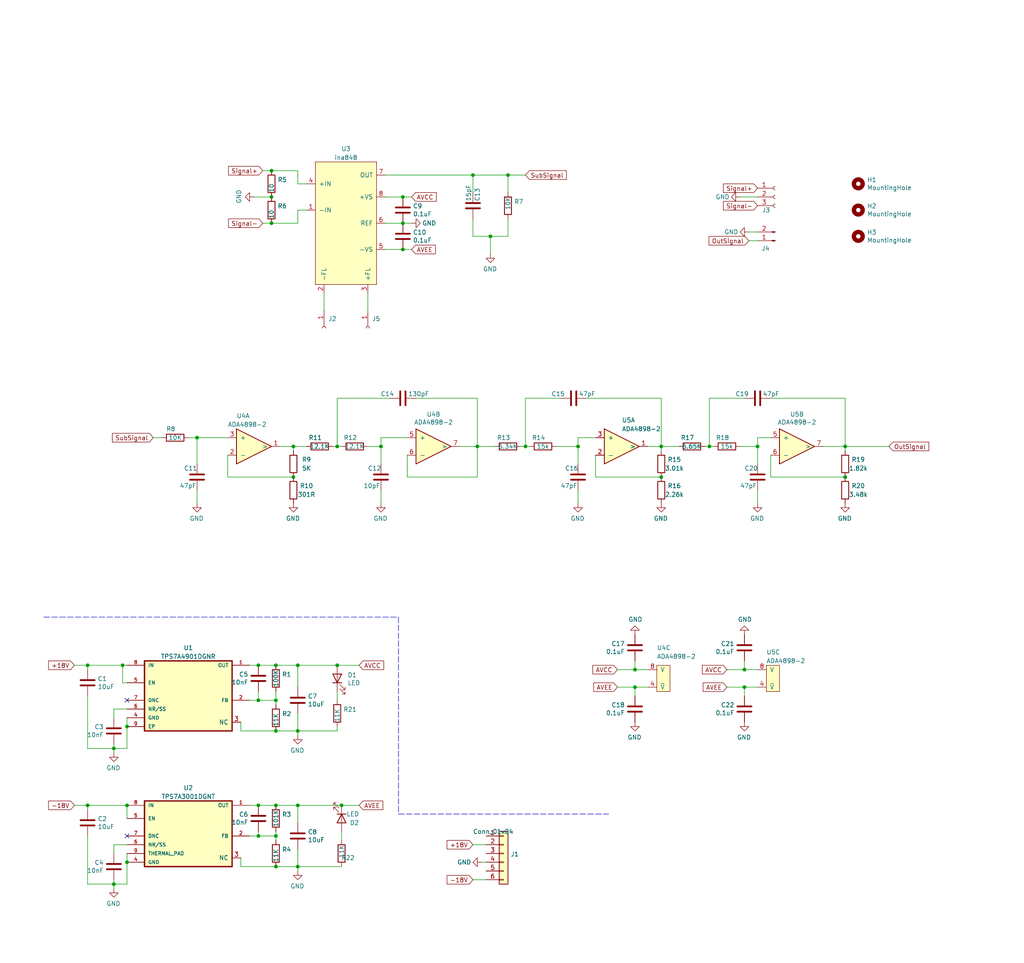
<source format=kicad_sch>
(kicad_sch (version 20210621) (generator eeschema)
  (paper "User" 297.002 279.4)
  (lib_symbols
    (symbol "ADA:ADA4898-2" (pin_names (offset 1.016))
      (property "Reference" "U" (at 0 11.43 0))
      (property "Value" "ADA4898-2" (at 0 11.43 0))
      (symbol "ADA4898-2_1_1"
        (polyline (pts (xy -5.08 5.08) (xy 5.08 0) (xy -5.08 -5.08) (xy -5.08 5.08)) (stroke (width 0.254)) (fill (type background)))
        (pin output line (at 7.62 0 180) (length 2.54) (name ">") (number "1"))
        (pin input line (at -7.62 -2.54 0) (length 2.54) (name "-") (number "2"))
        (pin input line (at -7.62 2.54 0) (length 2.54) (name "+") (number "3"))
      )
      (symbol "ADA4898-2_2_1"
        (polyline (pts (xy -5.08 5.08) (xy 5.08 0) (xy -5.08 -5.08) (xy -5.08 5.08)) (stroke (width 0.254)) (fill (type background)))
        (pin input line (at -7.62 2.54 0) (length 2.54) (name "+") (number "5"))
        (pin input line (at -7.62 -2.54 0) (length 2.54) (name "-") (number "6"))
        (pin output line (at 7.62 0 180) (length 2.54) (name ">") (number "7"))
      )
      (symbol "ADA4898-2_3_1"
        (rectangle (start 0 3.81) (end 3.81 -3.81) (fill (type background)))
        (pin input line (at -2.54 -2.54 0) (length 2.54) (name "~{V}") (number "4"))
        (pin input line (at -2.54 2.54 0) (length 2.54) (name "V") (number "8"))
      )
    )
    (symbol "Connector:Conn_01x01_Female" (pin_names (offset 1.016) hide)
      (property "Reference" "J" (at 0 2.54 0))
      (property "Value" "Conn_01x01_Female" (at 0 -2.54 0))
      (symbol "Conn_01x01_Female_1_1"
        (arc (start 0 0.508) (end 0 -0.508) (radius (at 0 0) (length 0.508) (angles 90.1 -90.1)) (stroke (width 0.1524)))
        (polyline (pts (xy -1.27 0) (xy -0.508 0)) (stroke (width 0.1524)))
        (pin passive line (at -5.08 0 0) (length 3.81) (name "Pin_1") (number "1"))
      )
    )
    (symbol "Connector:Conn_01x02_Male" (pin_names (offset 1.016) hide)
      (property "Reference" "J" (at 0 2.54 0))
      (property "Value" "Conn_01x02_Male" (at 0 -5.08 0))
      (symbol "Conn_01x02_Male_1_1"
        (rectangle (start 0.8636 -2.413) (end 0 -2.667) (stroke (width 0.1524)) (fill (type outline)))
        (rectangle (start 0.8636 0.127) (end 0 -0.127) (stroke (width 0.1524)) (fill (type outline)))
        (polyline (pts (xy 1.27 -2.54) (xy 0.8636 -2.54)) (stroke (width 0.1524)))
        (polyline (pts (xy 1.27 0) (xy 0.8636 0)) (stroke (width 0.1524)))
        (pin passive line (at 5.08 0 180) (length 3.81) (name "Pin_1") (number "1"))
        (pin passive line (at 5.08 -2.54 180) (length 3.81) (name "Pin_2") (number "2"))
      )
    )
    (symbol "Connector:Conn_01x03_Female" (pin_names (offset 1.016) hide)
      (property "Reference" "J" (at 0 5.08 0))
      (property "Value" "Conn_01x03_Female" (at 0 -5.08 0))
      (symbol "Conn_01x03_Female_1_1"
        (arc (start 0 -2.032) (end 0 -3.048) (radius (at 0 -2.54) (length 0.508) (angles 90.1 -90.1)) (stroke (width 0.1524)))
        (arc (start 0 0.508) (end 0 -0.508) (radius (at 0 0) (length 0.508) (angles 90.1 -90.1)) (stroke (width 0.1524)))
        (arc (start 0 3.048) (end 0 2.032) (radius (at 0 2.54) (length 0.508) (angles 90.1 -90.1)) (stroke (width 0.1524)))
        (polyline (pts (xy -1.27 -2.54) (xy -0.508 -2.54)) (stroke (width 0.1524)))
        (polyline (pts (xy -1.27 0) (xy -0.508 0)) (stroke (width 0.1524)))
        (polyline (pts (xy -1.27 2.54) (xy -0.508 2.54)) (stroke (width 0.1524)))
        (pin passive line (at -5.08 2.54 0) (length 3.81) (name "Pin_1") (number "1"))
        (pin passive line (at -5.08 0 0) (length 3.81) (name "Pin_2") (number "2"))
        (pin passive line (at -5.08 -2.54 0) (length 3.81) (name "Pin_3") (number "3"))
      )
    )
    (symbol "Connector_Generic:Conn_01x06" (pin_names (offset 1.016) hide)
      (property "Reference" "J" (at 0 7.62 0))
      (property "Value" "Conn_01x06" (at 0 -10.16 0))
      (symbol "Conn_01x06_1_1"
        (rectangle (start -1.27 -7.493) (end 0 -7.747) (stroke (width 0.1524)))
        (rectangle (start -1.27 -4.953) (end 0 -5.207) (stroke (width 0.1524)))
        (rectangle (start -1.27 -2.413) (end 0 -2.667) (stroke (width 0.1524)))
        (rectangle (start -1.27 0.127) (end 0 -0.127) (stroke (width 0.1524)))
        (rectangle (start -1.27 2.667) (end 0 2.413) (stroke (width 0.1524)))
        (rectangle (start -1.27 5.207) (end 0 4.953) (stroke (width 0.1524)))
        (rectangle (start -1.27 6.35) (end 1.27 -8.89) (stroke (width 0.254)) (fill (type background)))
        (pin passive line (at -5.08 5.08 0) (length 3.81) (name "Pin_1") (number "1"))
        (pin passive line (at -5.08 2.54 0) (length 3.81) (name "Pin_2") (number "2"))
        (pin passive line (at -5.08 0 0) (length 3.81) (name "Pin_3") (number "3"))
        (pin passive line (at -5.08 -2.54 0) (length 3.81) (name "Pin_4") (number "4"))
        (pin passive line (at -5.08 -5.08 0) (length 3.81) (name "Pin_5") (number "5"))
        (pin passive line (at -5.08 -7.62 0) (length 3.81) (name "Pin_6") (number "6"))
      )
    )
    (symbol "Device:C" (pin_numbers hide) (pin_names (offset 0.254))
      (property "Reference" "C" (at 0.635 2.54 0))
      (property "Value" "C" (at 0.635 -2.54 0))
      (symbol "C_0_1"
        (polyline (pts (xy -2.032 -0.762) (xy 2.032 -0.762)) (stroke (width 0.508)))
        (polyline (pts (xy -2.032 0.762) (xy 2.032 0.762)) (stroke (width 0.508)))
      )
      (symbol "C_1_1"
        (pin passive line (at 0 3.81 270) (length 2.794) (name "~") (number "1"))
        (pin passive line (at 0 -3.81 90) (length 2.794) (name "~") (number "2"))
      )
    )
    (symbol "Device:LED" (pin_numbers hide) (pin_names (offset 1.016) hide)
      (property "Reference" "D" (at 0 2.54 0))
      (property "Value" "LED" (at 0 -2.54 0))
      (symbol "LED_0_1"
        (polyline (pts (xy -1.27 -1.27) (xy -1.27 1.27)) (stroke (width 0.254)))
        (polyline (pts (xy -1.27 0) (xy 1.27 0)))
        (polyline (pts (xy 1.27 -1.27) (xy 1.27 1.27) (xy -1.27 0) (xy 1.27 -1.27)) (stroke (width 0.254)))
        (polyline (pts (xy -3.048 -0.762) (xy -4.572 -2.286) (xy -3.81 -2.286) (xy -4.572 -2.286) (xy -4.572 -1.524)))
        (polyline (pts (xy -1.778 -0.762) (xy -3.302 -2.286) (xy -2.54 -2.286) (xy -3.302 -2.286) (xy -3.302 -1.524)))
      )
      (symbol "LED_1_1"
        (pin passive line (at -3.81 0 0) (length 2.54) (name "K") (number "1"))
        (pin passive line (at 3.81 0 180) (length 2.54) (name "A") (number "2"))
      )
    )
    (symbol "Device:R" (pin_numbers hide) (pin_names (offset 0))
      (property "Reference" "R" (at 2.032 0 90))
      (property "Value" "R" (at 0 0 90))
      (symbol "R_0_1"
        (rectangle (start -1.016 -2.54) (end 1.016 2.54) (stroke (width 0.254)))
      )
      (symbol "R_1_1"
        (pin passive line (at 0 3.81 270) (length 1.27) (name "~") (number "1"))
        (pin passive line (at 0 -3.81 90) (length 1.27) (name "~") (number "2"))
      )
    )
    (symbol "INA:ina848" (pin_names (offset 1.016))
      (property "Reference" "U" (at 0 19.05 0))
      (property "Value" "ina848" (at 0 19.05 0))
      (symbol "ina848_0_1"
        (rectangle (start -8.89 17.78) (end 8.89 -17.78) (fill (type background)))
      )
      (symbol "ina848_1_1"
        (pin input line (at -11.43 3.81 0) (length 2.54) (name "-IN") (number "1"))
        (pin input line (at -6.35 -20.32 90) (length 2.54) (name "-FL") (number "2"))
        (pin input line (at 6.35 -20.32 90) (length 2.54) (name "+FL") (number "3"))
        (pin input line (at -11.43 11.43 0) (length 2.54) (name "+IN") (number "4"))
        (pin input line (at 11.43 -7.62 180) (length 2.54) (name "-VS") (number "5"))
        (pin input line (at 11.43 0 180) (length 2.54) (name "REF") (number "6"))
        (pin input line (at 11.43 13.97 180) (length 2.54) (name "OUT") (number "7"))
        (pin input line (at 11.43 7.62 180) (length 2.54) (name "+VS") (number "8"))
      )
    )
    (symbol "Mechanical:MountingHole" (pin_names (offset 1.016))
      (property "Reference" "H" (at 0 5.08 0))
      (property "Value" "MountingHole" (at 0 3.175 0))
      (symbol "MountingHole_0_1"
        (circle (center 0 0) (radius 1.27) (stroke (width 1.27)))
      )
    )
    (symbol "TPS7A3001DGNT:TPS7A3001DGNT" (pin_names (offset 1.016))
      (property "Reference" "U" (at -12.7 11.1506 0))
      (property "Value" "TPS7A3001DGNT" (at -12.7 -16.6878 0))
      (symbol "TPS7A3001DGNT_0_0"
        (rectangle (start -12.7 -8.89) (end 12.7 10.16) (stroke (width 0.4064)) (fill (type background)))
        (pin output line (at 17.78 8.89 180) (length 5.08) (name "OUT") (number "1"))
        (pin input line (at 17.78 0 180) (length 5.08) (name "FB") (number "2"))
        (pin power_in line (at -17.78 -7.62 0) (length 5.08) (name "GND") (number "4"))
        (pin input line (at -17.78 5.08 0) (length 5.08) (name "EN") (number "5"))
        (pin output line (at -17.78 -2.54 0) (length 5.08) (name "NR/SS") (number "6"))
        (pin bidirectional line (at -17.78 0 0) (length 5.08) (name "DNC") (number "7"))
        (pin input line (at -17.78 8.89 0) (length 5.08) (name "IN") (number "8"))
        (pin bidirectional line (at -17.78 -5.08 0) (length 5.08) (name "THERMAL_PAD") (number "9"))
      )
      (symbol "TPS7A3001DGNT_1_1"
        (pin input line (at 15.24 -6.35 180) (length 2.54) (name "NC") (number "3"))
      )
    )
    (symbol "TPS7A4901DGNR:TPS7A4901DGNR" (pin_names (offset 1.016))
      (property "Reference" "U" (at -12.7 12.4206 0))
      (property "Value" "TPS7A4901DGNR" (at -8.89 12.7 0))
      (symbol "TPS7A4901DGNR_0_0"
        (rectangle (start -12.7 -8.89) (end 12.7 11.43) (stroke (width 0.4064)) (fill (type background)))
        (pin output line (at 17.78 10.16 180) (length 5.08) (name "OUT") (number "1"))
        (pin input line (at 17.78 0 180) (length 5.08) (name "FB") (number "2"))
        (pin power_in line (at -17.78 -5.08 0) (length 5.08) (name "GND") (number "4"))
        (pin input line (at -17.78 5.08 0) (length 5.08) (name "EN") (number "5"))
        (pin input line (at -17.78 -2.54 0) (length 5.08) (name "NR/SS") (number "6"))
        (pin bidirectional line (at -17.78 0 0) (length 5.08) (name "DNC") (number "7"))
        (pin input line (at -17.78 10.16 0) (length 5.08) (name "IN") (number "8"))
        (pin bidirectional line (at -17.78 -7.62 0) (length 5.08) (name "EP") (number "9"))
      )
      (symbol "TPS7A4901DGNR_1_1"
        (pin input line (at 15.24 -6.35 180) (length 2.54) (name "NC") (number "3"))
      )
    )
    (symbol "power:GND" (power) (pin_names (offset 0))
      (property "Value" "GND" (at 0 -3.81 0))
      (symbol "GND_0_1"
        (polyline (pts (xy 0 0) (xy 0 -1.27) (xy 1.27 -1.27) (xy 0 -2.54) (xy -1.27 -1.27) (xy 0 -1.27)))
      )
      (symbol "GND_1_1"
        (pin power_in line (at 0 0 270) (length 0) hide (name "GND") (number "1"))
      )
    )
  )
  (junction (at 25.4 193.04))
  (junction (at 25.4 233.68))
  (junction (at 33.02 217.17))
  (junction (at 33.02 256.54))
  (junction (at 35.56 193.04))
  (junction (at 36.83 210.82))
  (junction (at 36.83 233.68))
  (junction (at 36.83 250.19))
  (junction (at 57.15 127))
  (junction (at 74.93 193.04))
  (junction (at 74.93 203.2))
  (junction (at 74.93 233.68))
  (junction (at 74.93 242.57))
  (junction (at 78.74 49.53))
  (junction (at 78.74 57.15))
  (junction (at 78.74 64.77))
  (junction (at 80.01 193.04))
  (junction (at 80.01 203.2))
  (junction (at 80.01 212.09))
  (junction (at 80.01 233.68))
  (junction (at 80.01 242.57))
  (junction (at 80.01 251.46))
  (junction (at 85.09 129.54))
  (junction (at 85.09 138.43))
  (junction (at 86.36 193.04))
  (junction (at 86.36 212.09))
  (junction (at 86.36 233.68))
  (junction (at 86.36 251.46))
  (junction (at 97.79 129.54))
  (junction (at 97.79 193.04))
  (junction (at 99.06 233.68))
  (junction (at 110.49 129.54))
  (junction (at 116.84 57.15))
  (junction (at 116.84 64.77))
  (junction (at 116.84 72.39))
  (junction (at 137.16 50.8))
  (junction (at 138.43 129.54))
  (junction (at 142.24 68.58))
  (junction (at 147.32 50.8))
  (junction (at 152.4 129.54))
  (junction (at 167.64 129.54))
  (junction (at 184.15 194.31))
  (junction (at 184.15 199.39))
  (junction (at 191.77 129.54))
  (junction (at 191.77 138.43))
  (junction (at 205.74 129.54))
  (junction (at 215.9 194.31))
  (junction (at 215.9 199.39))
  (junction (at 219.71 129.54))
  (junction (at 245.11 129.54))
  (junction (at 245.11 138.43))
  (no_connect (at 36.83 203.2))
  (no_connect (at 36.83 242.57))
  (wire (pts (xy 25.4 193.04) (xy 21.59 193.04)))
  (wire (pts (xy 25.4 194.31) (xy 25.4 193.04)))
  (wire (pts (xy 25.4 201.93) (xy 25.4 217.17)))
  (wire (pts (xy 25.4 217.17) (xy 33.02 217.17)))
  (wire (pts (xy 25.4 233.68) (xy 21.59 233.68)))
  (wire (pts (xy 25.4 234.95) (xy 25.4 233.68)))
  (wire (pts (xy 25.4 242.57) (xy 25.4 256.54)))
  (wire (pts (xy 25.4 256.54) (xy 33.02 256.54)))
  (wire (pts (xy 33.02 205.74) (xy 33.02 208.28)))
  (wire (pts (xy 33.02 215.9) (xy 33.02 217.17)))
  (wire (pts (xy 33.02 217.17) (xy 33.02 218.44)))
  (wire (pts (xy 33.02 245.11) (xy 33.02 247.65)))
  (wire (pts (xy 33.02 255.27) (xy 33.02 256.54)))
  (wire (pts (xy 33.02 256.54) (xy 33.02 257.81)))
  (wire (pts (xy 35.56 193.04) (xy 25.4 193.04)))
  (wire (pts (xy 35.56 198.12) (xy 35.56 193.04)))
  (wire (pts (xy 36.83 193.04) (xy 35.56 193.04)))
  (wire (pts (xy 36.83 198.12) (xy 35.56 198.12)))
  (wire (pts (xy 36.83 205.74) (xy 33.02 205.74)))
  (wire (pts (xy 36.83 208.28) (xy 36.83 210.82)))
  (wire (pts (xy 36.83 210.82) (xy 36.83 217.17)))
  (wire (pts (xy 36.83 217.17) (xy 33.02 217.17)))
  (wire (pts (xy 36.83 233.68) (xy 25.4 233.68)))
  (wire (pts (xy 36.83 233.68) (xy 36.83 237.49)))
  (wire (pts (xy 36.83 245.11) (xy 33.02 245.11)))
  (wire (pts (xy 36.83 247.65) (xy 36.83 250.19)))
  (wire (pts (xy 36.83 250.19) (xy 36.83 256.54)))
  (wire (pts (xy 36.83 256.54) (xy 33.02 256.54)))
  (wire (pts (xy 46.99 127) (xy 44.45 127)))
  (wire (pts (xy 54.61 127) (xy 57.15 127)))
  (wire (pts (xy 57.15 127) (xy 57.15 134.62)))
  (wire (pts (xy 57.15 127) (xy 66.04 127)))
  (wire (pts (xy 57.15 142.24) (xy 57.15 146.05)))
  (wire (pts (xy 66.04 132.08) (xy 66.04 138.43)))
  (wire (pts (xy 66.04 138.43) (xy 85.09 138.43)))
  (wire (pts (xy 69.85 209.55) (xy 69.85 212.09)))
  (wire (pts (xy 69.85 212.09) (xy 80.01 212.09)))
  (wire (pts (xy 69.85 248.92) (xy 69.85 251.46)))
  (wire (pts (xy 69.85 251.46) (xy 80.01 251.46)))
  (wire (pts (xy 72.39 193.04) (xy 74.93 193.04)))
  (wire (pts (xy 72.39 233.68) (xy 74.93 233.68)))
  (wire (pts (xy 72.39 242.57) (xy 74.93 242.57)))
  (wire (pts (xy 74.93 193.04) (xy 80.01 193.04)))
  (wire (pts (xy 74.93 200.66) (xy 74.93 203.2)))
  (wire (pts (xy 74.93 203.2) (xy 72.39 203.2)))
  (wire (pts (xy 74.93 203.2) (xy 80.01 203.2)))
  (wire (pts (xy 74.93 233.68) (xy 80.01 233.68)))
  (wire (pts (xy 74.93 242.57) (xy 74.93 241.3)))
  (wire (pts (xy 74.93 242.57) (xy 80.01 242.57)))
  (wire (pts (xy 76.2 49.53) (xy 78.74 49.53)))
  (wire (pts (xy 76.2 64.77) (xy 78.74 64.77)))
  (wire (pts (xy 78.74 49.53) (xy 86.36 49.53)))
  (wire (pts (xy 78.74 57.15) (xy 73.66 57.15)))
  (wire (pts (xy 78.74 64.77) (xy 86.36 64.77)))
  (wire (pts (xy 80.01 193.04) (xy 86.36 193.04)))
  (wire (pts (xy 80.01 200.66) (xy 80.01 203.2)))
  (wire (pts (xy 80.01 203.2) (xy 80.01 204.47)))
  (wire (pts (xy 80.01 212.09) (xy 86.36 212.09)))
  (wire (pts (xy 80.01 233.68) (xy 86.36 233.68)))
  (wire (pts (xy 80.01 241.3) (xy 80.01 242.57)))
  (wire (pts (xy 80.01 242.57) (xy 80.01 243.84)))
  (wire (pts (xy 81.28 129.54) (xy 85.09 129.54)))
  (wire (pts (xy 85.09 129.54) (xy 85.09 130.81)))
  (wire (pts (xy 85.09 129.54) (xy 88.9 129.54)))
  (wire (pts (xy 86.36 49.53) (xy 86.36 53.34)))
  (wire (pts (xy 86.36 53.34) (xy 88.9 53.34)))
  (wire (pts (xy 86.36 60.96) (xy 88.9 60.96)))
  (wire (pts (xy 86.36 64.77) (xy 86.36 60.96)))
  (wire (pts (xy 86.36 193.04) (xy 97.79 193.04)))
  (wire (pts (xy 86.36 199.39) (xy 86.36 193.04)))
  (wire (pts (xy 86.36 212.09) (xy 86.36 207.01)))
  (wire (pts (xy 86.36 212.09) (xy 86.36 213.36)))
  (wire (pts (xy 86.36 233.68) (xy 99.06 233.68)))
  (wire (pts (xy 86.36 238.76) (xy 86.36 233.68)))
  (wire (pts (xy 86.36 246.38) (xy 86.36 251.46)))
  (wire (pts (xy 86.36 251.46) (xy 80.01 251.46)))
  (wire (pts (xy 86.36 251.46) (xy 86.36 252.73)))
  (wire (pts (xy 86.36 251.46) (xy 99.06 251.46)))
  (wire (pts (xy 93.98 85.09) (xy 93.98 90.17)))
  (wire (pts (xy 96.52 129.54) (xy 97.79 129.54)))
  (wire (pts (xy 97.79 115.57) (xy 97.79 129.54)))
  (wire (pts (xy 97.79 129.54) (xy 99.06 129.54)))
  (wire (pts (xy 97.79 193.04) (xy 104.14 193.04)))
  (wire (pts (xy 97.79 200.66) (xy 97.79 203.2)))
  (wire (pts (xy 97.79 210.82) (xy 97.79 212.09)))
  (wire (pts (xy 97.79 212.09) (xy 86.36 212.09)))
  (wire (pts (xy 99.06 233.68) (xy 104.14 233.68)))
  (wire (pts (xy 99.06 243.84) (xy 99.06 241.3)))
  (wire (pts (xy 106.68 85.09) (xy 106.68 90.17)))
  (wire (pts (xy 106.68 129.54) (xy 110.49 129.54)))
  (wire (pts (xy 110.49 127) (xy 118.11 127)))
  (wire (pts (xy 110.49 129.54) (xy 110.49 127)))
  (wire (pts (xy 110.49 134.62) (xy 110.49 129.54)))
  (wire (pts (xy 110.49 142.24) (xy 110.49 146.05)))
  (wire (pts (xy 111.76 50.8) (xy 137.16 50.8)))
  (wire (pts (xy 111.76 57.15) (xy 116.84 57.15)))
  (wire (pts (xy 111.76 64.77) (xy 116.84 64.77)))
  (wire (pts (xy 111.76 72.39) (xy 116.84 72.39)))
  (wire (pts (xy 113.03 115.57) (xy 97.79 115.57)))
  (wire (pts (xy 116.84 57.15) (xy 119.38 57.15)))
  (wire (pts (xy 116.84 64.77) (xy 119.38 64.77)))
  (wire (pts (xy 116.84 72.39) (xy 119.38 72.39)))
  (wire (pts (xy 118.11 132.08) (xy 118.11 138.43)))
  (wire (pts (xy 118.11 138.43) (xy 138.43 138.43)))
  (wire (pts (xy 120.65 115.57) (xy 138.43 115.57)))
  (wire (pts (xy 137.16 50.8) (xy 147.32 50.8)))
  (wire (pts (xy 137.16 55.88) (xy 137.16 50.8)))
  (wire (pts (xy 137.16 68.58) (xy 137.16 63.5)))
  (wire (pts (xy 138.43 115.57) (xy 138.43 129.54)))
  (wire (pts (xy 138.43 129.54) (xy 133.35 129.54)))
  (wire (pts (xy 138.43 129.54) (xy 143.51 129.54)))
  (wire (pts (xy 138.43 138.43) (xy 138.43 129.54)))
  (wire (pts (xy 140.97 245.11) (xy 137.16 245.11)))
  (wire (pts (xy 140.97 250.19) (xy 139.7 250.19)))
  (wire (pts (xy 140.97 255.27) (xy 137.16 255.27)))
  (wire (pts (xy 142.24 68.58) (xy 137.16 68.58)))
  (wire (pts (xy 142.24 68.58) (xy 142.24 73.66)))
  (wire (pts (xy 142.24 68.58) (xy 147.32 68.58)))
  (wire (pts (xy 147.32 50.8) (xy 152.4 50.8)))
  (wire (pts (xy 147.32 55.88) (xy 147.32 50.8)))
  (wire (pts (xy 147.32 68.58) (xy 147.32 63.5)))
  (wire (pts (xy 151.13 129.54) (xy 152.4 129.54)))
  (wire (pts (xy 152.4 115.57) (xy 152.4 129.54)))
  (wire (pts (xy 152.4 129.54) (xy 153.67 129.54)))
  (wire (pts (xy 161.29 129.54) (xy 167.64 129.54)))
  (wire (pts (xy 162.56 115.57) (xy 152.4 115.57)))
  (wire (pts (xy 167.64 127) (xy 172.72 127)))
  (wire (pts (xy 167.64 129.54) (xy 167.64 127)))
  (wire (pts (xy 167.64 134.62) (xy 167.64 129.54)))
  (wire (pts (xy 167.64 142.24) (xy 167.64 146.05)))
  (wire (pts (xy 170.18 115.57) (xy 191.77 115.57)))
  (wire (pts (xy 172.72 132.08) (xy 172.72 138.43)))
  (wire (pts (xy 172.72 138.43) (xy 191.77 138.43)))
  (wire (pts (xy 179.07 194.31) (xy 184.15 194.31)))
  (wire (pts (xy 179.07 199.39) (xy 184.15 199.39)))
  (wire (pts (xy 184.15 191.77) (xy 184.15 194.31)))
  (wire (pts (xy 184.15 199.39) (xy 184.15 201.93)))
  (wire (pts (xy 187.96 194.31) (xy 184.15 194.31)))
  (wire (pts (xy 187.96 199.39) (xy 184.15 199.39)))
  (wire (pts (xy 191.77 115.57) (xy 191.77 129.54)))
  (wire (pts (xy 191.77 129.54) (xy 187.96 129.54)))
  (wire (pts (xy 191.77 129.54) (xy 191.77 130.81)))
  (wire (pts (xy 191.77 129.54) (xy 196.85 129.54)))
  (wire (pts (xy 204.47 129.54) (xy 205.74 129.54)))
  (wire (pts (xy 205.74 115.57) (xy 205.74 129.54)))
  (wire (pts (xy 205.74 129.54) (xy 207.01 129.54)))
  (wire (pts (xy 214.63 129.54) (xy 219.71 129.54)))
  (wire (pts (xy 215.9 115.57) (xy 205.74 115.57)))
  (wire (pts (xy 215.9 191.77) (xy 215.9 194.31)))
  (wire (pts (xy 215.9 194.31) (xy 210.82 194.31)))
  (wire (pts (xy 215.9 199.39) (xy 210.82 199.39)))
  (wire (pts (xy 215.9 199.39) (xy 215.9 201.93)))
  (wire (pts (xy 219.71 57.15) (xy 214.63 57.15)))
  (wire (pts (xy 219.71 67.31) (xy 217.17 67.31)))
  (wire (pts (xy 219.71 69.85) (xy 217.17 69.85)))
  (wire (pts (xy 219.71 127) (xy 223.52 127)))
  (wire (pts (xy 219.71 129.54) (xy 219.71 127)))
  (wire (pts (xy 219.71 134.62) (xy 219.71 129.54)))
  (wire (pts (xy 219.71 142.24) (xy 219.71 146.05)))
  (wire (pts (xy 219.71 194.31) (xy 215.9 194.31)))
  (wire (pts (xy 219.71 199.39) (xy 215.9 199.39)))
  (wire (pts (xy 223.52 115.57) (xy 245.11 115.57)))
  (wire (pts (xy 223.52 138.43) (xy 223.52 132.08)))
  (wire (pts (xy 223.52 138.43) (xy 245.11 138.43)))
  (wire (pts (xy 245.11 115.57) (xy 245.11 129.54)))
  (wire (pts (xy 245.11 129.54) (xy 238.76 129.54)))
  (wire (pts (xy 245.11 129.54) (xy 257.81 129.54)))
  (wire (pts (xy 245.11 130.81) (xy 245.11 129.54)))
  (polyline (pts (xy 12.7 179.07) (xy 115.57 179.07)))
  (polyline (pts (xy 115.57 179.07) (xy 115.57 236.22)))
  (polyline (pts (xy 115.57 236.22) (xy 176.53 236.22)))
  (global_label "+18V" (shape input) (at 21.59 193.04 180) (property "Intersheet References" "${INTERSHEET_REFS}" (effects hide)))
  (global_label "-18V" (shape input) (at 21.59 233.68 180) (property "Intersheet References" "${INTERSHEET_REFS}" (effects hide)))
  (global_label "SubSignal" (shape input) (at 44.45 127 180) (property "Intersheet References" "${INTERSHEET_REFS}" (effects hide)))
  (global_label "Signal+" (shape input) (at 76.2 49.53 180) (property "Intersheet References" "${INTERSHEET_REFS}" (effects hide)))
  (global_label "Signal-" (shape input) (at 76.2 64.77 180) (property "Intersheet References" "${INTERSHEET_REFS}" (effects hide)))
  (global_label "AVCC" (shape input) (at 104.14 193.04 0) (property "Intersheet References" "${INTERSHEET_REFS}" (effects hide)))
  (global_label "AVEE" (shape input) (at 104.14 233.68 0) (property "Intersheet References" "${INTERSHEET_REFS}" (effects hide)))
  (global_label "AVCC" (shape input) (at 119.38 57.15 0) (property "Intersheet References" "${INTERSHEET_REFS}" (effects hide)))
  (global_label "AVEE" (shape input) (at 119.38 72.39 0) (property "Intersheet References" "${INTERSHEET_REFS}" (effects hide)))
  (global_label "+18V" (shape input) (at 137.16 245.11 180) (property "Intersheet References" "${INTERSHEET_REFS}" (effects hide)))
  (global_label "-18V" (shape input) (at 137.16 255.27 180) (property "Intersheet References" "${INTERSHEET_REFS}" (effects hide)))
  (global_label "SubSignal" (shape input) (at 152.4 50.8 0) (property "Intersheet References" "${INTERSHEET_REFS}" (effects hide)))
  (global_label "AVCC" (shape input) (at 179.07 194.31 180) (property "Intersheet References" "${INTERSHEET_REFS}" (effects hide)))
  (global_label "AVEE" (shape input) (at 179.07 199.39 180) (property "Intersheet References" "${INTERSHEET_REFS}" (effects hide)))
  (global_label "AVCC" (shape input) (at 210.82 194.31 180) (property "Intersheet References" "${INTERSHEET_REFS}" (effects hide)))
  (global_label "AVEE" (shape input) (at 210.82 199.39 180) (property "Intersheet References" "${INTERSHEET_REFS}" (effects hide)))
  (global_label "OutSignal" (shape input) (at 217.17 69.85 180) (property "Intersheet References" "${INTERSHEET_REFS}" (effects hide)))
  (global_label "Signal+" (shape input) (at 219.71 54.61 180) (property "Intersheet References" "${INTERSHEET_REFS}" (effects hide)))
  (global_label "Signal-" (shape input) (at 219.71 59.69 180) (property "Intersheet References" "${INTERSHEET_REFS}" (effects hide)))
  (global_label "OutSignal" (shape input) (at 257.81 129.54 0) (property "Intersheet References" "${INTERSHEET_REFS}" (effects hide)))
  (symbol (lib_id "Connector:Conn_01x01_Female") (at 93.98 95.25 270) (unit 1)
    (property "Reference" "J2" (at 95.1992 92.5068 90) (effects (justify left)))
    (property "Value" "Conn_01x01_Female" (effects hide))
    (property "Footprint" "lib:MountingPad_1mm" (effects hide))
  )
  (symbol (lib_id "Connector:Conn_01x01_Female") (at 106.68 95.25 270) (unit 1)
    (property "Reference" "J5" (at 107.8992 92.5068 90) (effects (justify left)))
    (property "Value" "Conn_01x01_Female" (effects hide))
    (property "Footprint" "lib:MountingPad_1mm" (effects hide))
  )
  (symbol (lib_id "power:GND") (at 33.02 218.44 0) (mirror y) (unit 1)
    (property "Reference" "#PWR01" (effects hide))
    (property "Value" "GND" (at 32.893 222.8342 0))
  )
  (symbol (lib_id "power:GND") (at 33.02 257.81 0) (mirror y) (unit 1)
    (property "Reference" "#PWR02" (effects hide))
    (property "Value" "GND" (at 32.893 262.2042 0))
  )
  (symbol (lib_id "power:GND") (at 57.15 146.05 0) (mirror y) (unit 1)
    (property "Reference" "#PWR0113" (effects hide))
    (property "Value" "GND" (at 57.023 150.4442 0))
  )
  (symbol (lib_id "power:GND") (at 73.66 57.15 270) (mirror x) (unit 1)
    (property "Reference" "#PWR0103" (effects hide))
    (property "Value" "GND" (at 69.2658 57.023 0))
  )
  (symbol (lib_id "power:GND") (at 85.09 146.05 0) (mirror y) (unit 1)
    (property "Reference" "#PWR0112" (effects hide))
    (property "Value" "GND" (at 84.963 150.4442 0))
  )
  (symbol (lib_id "power:GND") (at 86.36 213.36 0) (mirror y) (unit 1)
    (property "Reference" "#PWR03" (effects hide))
    (property "Value" "GND" (at 86.233 217.7542 0))
  )
  (symbol (lib_id "power:GND") (at 86.36 252.73 0) (mirror y) (unit 1)
    (property "Reference" "#PWR04" (effects hide))
    (property "Value" "GND" (at 86.233 257.1242 0))
  )
  (symbol (lib_id "power:GND") (at 110.49 146.05 0) (mirror y) (unit 1)
    (property "Reference" "#PWR0111" (effects hide))
    (property "Value" "GND" (at 110.363 150.4442 0))
  )
  (symbol (lib_id "power:GND") (at 119.38 64.77 90) (mirror x) (unit 1)
    (property "Reference" "#PWR0101" (effects hide))
    (property "Value" "GND" (at 124.46 64.77 90))
  )
  (symbol (lib_id "power:GND") (at 139.7 250.19 270) (mirror x) (unit 1)
    (property "Reference" "#PWR05" (effects hide))
    (property "Value" "GND" (at 134.62 250.19 90))
  )
  (symbol (lib_id "power:GND") (at 142.24 73.66 0) (mirror y) (unit 1)
    (property "Reference" "#PWR08" (effects hide))
    (property "Value" "GND" (at 142.113 78.0542 0))
  )
  (symbol (lib_id "power:GND") (at 167.64 146.05 0) (mirror y) (unit 1)
    (property "Reference" "#PWR0107" (effects hide))
    (property "Value" "GND" (at 167.513 150.4442 0))
  )
  (symbol (lib_id "power:GND") (at 184.15 184.15 0) (mirror x) (unit 1)
    (property "Reference" "#PWR0104" (effects hide))
    (property "Value" "GND" (at 184.277 179.7558 0))
  )
  (symbol (lib_id "power:GND") (at 184.15 209.55 0) (mirror y) (unit 1)
    (property "Reference" "#PWR0102" (effects hide))
    (property "Value" "GND" (at 184.023 213.9442 0))
  )
  (symbol (lib_id "power:GND") (at 191.77 146.05 0) (mirror y) (unit 1)
    (property "Reference" "#PWR0109" (effects hide))
    (property "Value" "GND" (at 191.643 150.4442 0))
  )
  (symbol (lib_id "power:GND") (at 214.63 57.15 270) (mirror x) (unit 1)
    (property "Reference" "#PWR0105" (effects hide))
    (property "Value" "GND" (at 209.55 57.15 90))
  )
  (symbol (lib_id "power:GND") (at 215.9 184.15 0) (mirror x) (unit 1)
    (property "Reference" "#PWR0115" (effects hide))
    (property "Value" "GND" (at 216.027 179.7558 0))
  )
  (symbol (lib_id "power:GND") (at 215.9 209.55 0) (mirror y) (unit 1)
    (property "Reference" "#PWR0114" (effects hide))
    (property "Value" "GND" (at 215.773 213.9442 0))
  )
  (symbol (lib_id "power:GND") (at 217.17 67.31 270) (mirror x) (unit 1)
    (property "Reference" "#PWR0106" (effects hide))
    (property "Value" "GND" (at 212.09 67.31 90))
  )
  (symbol (lib_id "power:GND") (at 219.71 146.05 0) (mirror y) (unit 1)
    (property "Reference" "#PWR0110" (effects hide))
    (property "Value" "GND" (at 219.583 150.4442 0))
  )
  (symbol (lib_id "power:GND") (at 245.11 146.05 0) (mirror y) (unit 1)
    (property "Reference" "#PWR0108" (effects hide))
    (property "Value" "GND" (at 244.983 150.4442 0))
  )
  (symbol (lib_id "Mechanical:MountingHole") (at 248.92 53.34 0) (unit 1)
    (property "Reference" "H1" (at 251.46 52.1716 0) (effects (justify left)))
    (property "Value" "MountingHole" (at 251.46 54.483 0) (effects (justify left)))
    (property "Footprint" "MountingHole:MountingHole_2.2mm_M2" (effects hide))
  )
  (symbol (lib_id "Mechanical:MountingHole") (at 248.92 60.96 0) (unit 1)
    (property "Reference" "H2" (at 251.46 59.7916 0) (effects (justify left)))
    (property "Value" "MountingHole" (at 251.46 62.103 0) (effects (justify left)))
    (property "Footprint" "MountingHole:MountingHole_2.2mm_M2" (effects hide))
  )
  (symbol (lib_id "Mechanical:MountingHole") (at 248.92 68.58 0) (unit 1)
    (property "Reference" "H3" (at 251.46 67.4116 0) (effects (justify left)))
    (property "Value" "MountingHole" (at 251.46 69.723 0) (effects (justify left)))
    (property "Footprint" "MountingHole:MountingHole_2.2mm_M2" (effects hide))
  )
  (symbol (lib_id "Connector:Conn_01x02_Male") (at 224.79 69.85 180) (unit 1)
    (property "Reference" "J4" (at 222.0468 72.1106 0))
    (property "Value" "Conn_01x02_Male" (effects hide))
    (property "Footprint" "Connector_Coaxial:SMA_Amphenol_132134_Vertical" (effects hide))
  )
  (symbol (lib_id "Device:R") (at 50.8 127 270) (unit 1)
    (property "Reference" "R8" (at 49.53 124.46 90))
    (property "Value" "10K" (at 50.8 127 90))
    (property "Footprint" "Resistor_SMD:R_0402_1005Metric" (effects hide))
  )
  (symbol (lib_id "Device:R") (at 78.74 53.34 0) (unit 1)
    (property "Reference" "R5" (at 80.518 52.1716 0) (effects (justify left)))
    (property "Value" "10" (at 78.74 55.88 90) (effects (justify left)))
    (property "Footprint" "Resistor_SMD:R_0402_1005Metric" (effects hide))
  )
  (symbol (lib_id "Device:R") (at 78.74 60.96 0) (unit 1)
    (property "Reference" "R6" (at 80.518 59.7916 0) (effects (justify left)))
    (property "Value" "10" (at 78.74 63.5 90) (effects (justify left)))
    (property "Footprint" "Resistor_SMD:R_0402_1005Metric" (effects hide))
  )
  (symbol (lib_id "Device:R") (at 80.01 196.85 0) (unit 1)
    (property "Reference" "R1" (at 81.788 195.6816 0) (effects (justify left)))
    (property "Value" "100K" (at 80.01 199.39 90) (effects (justify left)))
    (property "Footprint" "Resistor_SMD:R_0402_1005Metric" (effects hide))
  )
  (symbol (lib_id "Device:R") (at 80.01 208.28 0) (unit 1)
    (property "Reference" "R2" (at 81.788 207.1116 0) (effects (justify left)))
    (property "Value" "11K" (at 80.01 210.82 90) (effects (justify left)))
    (property "Footprint" "Resistor_SMD:R_0402_1005Metric" (effects hide))
  )
  (symbol (lib_id "Device:R") (at 80.01 237.49 0) (unit 1)
    (property "Reference" "R3" (at 81.788 236.3216 0) (effects (justify left)))
    (property "Value" "101K" (at 80.01 240.03 90) (effects (justify left)))
    (property "Footprint" "Resistor_SMD:R_0402_1005Metric" (effects hide))
  )
  (symbol (lib_id "Device:R") (at 80.01 247.65 0) (unit 1)
    (property "Reference" "R4" (at 81.788 246.4816 0) (effects (justify left)))
    (property "Value" "11K" (at 80.01 250.19 90) (effects (justify left)))
    (property "Footprint" "Resistor_SMD:R_0402_1005Metric" (effects hide))
  )
  (symbol (lib_id "Device:R") (at 85.09 134.62 0) (unit 1)
    (property "Reference" "R9" (at 88.9 133.35 0))
    (property "Value" "5K" (at 88.9 135.89 0))
    (property "Footprint" "Resistor_SMD:R_0402_1005Metric" (effects hide))
  )
  (symbol (lib_id "Device:R") (at 85.09 142.24 0) (unit 1)
    (property "Reference" "R10" (at 88.9 140.97 0))
    (property "Value" "301R" (at 88.9 143.51 0))
    (property "Footprint" "Resistor_SMD:R_0402_1005Metric" (effects hide))
  )
  (symbol (lib_id "Device:R") (at 92.71 129.54 90) (unit 1)
    (property "Reference" "R11" (at 91.44 127 90))
    (property "Value" "12.1K" (at 92.71 129.54 90))
    (property "Footprint" "Resistor_SMD:R_0402_1005Metric" (effects hide))
  )
  (symbol (lib_id "Device:R") (at 97.79 207.01 0) (unit 1)
    (property "Reference" "R21" (at 99.568 205.8416 0) (effects (justify left)))
    (property "Value" "11K" (at 97.79 209.55 90) (effects (justify left)))
    (property "Footprint" "Resistor_SMD:R_0402_1005Metric" (effects hide))
  )
  (symbol (lib_id "Device:R") (at 99.06 247.65 180) (unit 1)
    (property "Reference" "R22" (at 102.87 248.92 0) (effects (justify left)))
    (property "Value" "11K" (at 99.06 245.11 90) (effects (justify left)))
    (property "Footprint" "Resistor_SMD:R_0402_1005Metric" (effects hide))
  )
  (symbol (lib_id "Device:R") (at 102.87 129.54 90) (unit 1)
    (property "Reference" "R12" (at 101.6 127 90))
    (property "Value" "12.1K" (at 102.87 129.54 90))
    (property "Footprint" "Resistor_SMD:R_0402_1005Metric" (effects hide))
  )
  (symbol (lib_id "Device:R") (at 147.32 59.69 0) (unit 1)
    (property "Reference" "R7" (at 149.098 58.5216 0) (effects (justify left)))
    (property "Value" "10K" (at 147.32 60.96 90) (effects (justify left)))
    (property "Footprint" "Resistor_SMD:R_0402_1005Metric" (effects hide))
  )
  (symbol (lib_id "Device:R") (at 147.32 129.54 90) (unit 1)
    (property "Reference" "R13" (at 146.05 127 90))
    (property "Value" "6.34K" (at 147.32 129.54 90))
    (property "Footprint" "Resistor_SMD:R_0402_1005Metric" (effects hide))
  )
  (symbol (lib_id "Device:R") (at 157.48 129.54 90) (unit 1)
    (property "Reference" "R14" (at 156.21 127 90))
    (property "Value" "15k" (at 157.48 129.54 90))
    (property "Footprint" "Resistor_SMD:R_0402_1005Metric" (effects hide))
  )
  (symbol (lib_id "Device:R") (at 191.77 134.62 0) (unit 1)
    (property "Reference" "R15" (at 195.58 133.35 0))
    (property "Value" "3.01k" (at 195.58 135.89 0))
    (property "Footprint" "Resistor_SMD:R_0402_1005Metric" (effects hide))
  )
  (symbol (lib_id "Device:R") (at 191.77 142.24 0) (unit 1)
    (property "Reference" "R16" (at 195.58 140.97 0))
    (property "Value" "2.26k" (at 195.58 143.51 0))
    (property "Footprint" "Resistor_SMD:R_0402_1005Metric" (effects hide))
  )
  (symbol (lib_id "Device:R") (at 200.66 129.54 90) (unit 1)
    (property "Reference" "R17" (at 199.39 127 90))
    (property "Value" "6.65K" (at 200.66 129.54 90))
    (property "Footprint" "Resistor_SMD:R_0402_1005Metric" (effects hide))
  )
  (symbol (lib_id "Device:R") (at 210.82 129.54 90) (unit 1)
    (property "Reference" "R18" (at 209.55 127 90))
    (property "Value" "15k" (at 210.82 129.54 90))
    (property "Footprint" "Resistor_SMD:R_0402_1005Metric" (effects hide))
  )
  (symbol (lib_id "Device:R") (at 245.11 134.62 0) (unit 1)
    (property "Reference" "R19" (at 248.92 133.35 0))
    (property "Value" "1.82k" (at 248.92 135.89 0))
    (property "Footprint" "Resistor_SMD:R_0402_1005Metric" (effects hide))
  )
  (symbol (lib_id "Device:R") (at 245.11 142.24 0) (unit 1)
    (property "Reference" "R20" (at 248.92 140.97 0))
    (property "Value" "3.48k" (at 248.92 143.51 0))
    (property "Footprint" "Resistor_SMD:R_0402_1005Metric" (effects hide))
  )
  (symbol (lib_id "Device:LED") (at 97.79 196.85 90) (unit 1)
    (property "Reference" "D1" (at 100.7872 195.8594 90) (effects (justify right)))
    (property "Value" "LED" (at 100.7872 198.1708 90) (effects (justify right)))
    (property "Footprint" "LED_SMD:LED_0402_1005Metric" (effects hide))
  )
  (symbol (lib_id "Device:LED") (at 99.06 237.49 270) (unit 1)
    (property "Reference" "D2" (at 104.14 238.76 90) (effects (justify right)))
    (property "Value" "LED" (at 104.14 236.22 90) (effects (justify right)))
    (property "Footprint" "LED_SMD:LED_0402_1005Metric" (effects hide))
  )
  (symbol (lib_id "Connector:Conn_01x03_Female") (at 224.79 57.15 0) (unit 1)
    (property "Reference" "J3" (at 220.98 60.96 0) (effects (justify left)))
    (property "Value" "Conn_01x03_Female" (effects hide))
    (property "Footprint" "Connector_PinSocket_2.54mm:PinSocket_1x03_P2.54mm_Vertical" (effects hide))
  )
  (symbol (lib_id "Device:C") (at 25.4 198.12 0) (unit 1)
    (property "Reference" "C1" (at 28.321 196.9516 0) (effects (justify left)))
    (property "Value" "10uF" (at 28.321 199.263 0) (effects (justify left)))
    (property "Footprint" "Capacitor_SMD:C_0603_1608Metric" (effects hide))
  )
  (symbol (lib_id "Device:C") (at 25.4 238.76 0) (unit 1)
    (property "Reference" "C2" (at 28.321 237.5916 0) (effects (justify left)))
    (property "Value" "10uF" (at 28.321 239.903 0) (effects (justify left)))
    (property "Footprint" "Capacitor_SMD:C_0603_1608Metric" (effects hide))
  )
  (symbol (lib_id "Device:C") (at 33.02 212.09 0) (mirror y) (unit 1)
    (property "Reference" "C3" (at 30.099 210.9216 0) (effects (justify left)))
    (property "Value" "10nF" (at 30.099 213.233 0) (effects (justify left)))
    (property "Footprint" "Capacitor_SMD:C_0402_1005Metric" (effects hide))
  )
  (symbol (lib_id "Device:C") (at 33.02 251.46 0) (mirror y) (unit 1)
    (property "Reference" "C4" (at 30.099 250.2916 0) (effects (justify left)))
    (property "Value" "10nF" (at 30.099 252.603 0) (effects (justify left)))
    (property "Footprint" "Capacitor_SMD:C_0402_1005Metric" (effects hide))
  )
  (symbol (lib_id "Device:C") (at 57.15 138.43 0) (unit 1)
    (property "Reference" "C11" (at 53.34 135.89 0) (effects (justify left)))
    (property "Value" "47pF" (at 52.07 140.97 0) (effects (justify left)))
    (property "Footprint" "Capacitor_SMD:C_0402_1005Metric" (effects hide))
  )
  (symbol (lib_id "Device:C") (at 74.93 196.85 0) (mirror y) (unit 1)
    (property "Reference" "C5" (at 72.009 195.6816 0) (effects (justify left)))
    (property "Value" "10nF" (at 72.009 197.993 0) (effects (justify left)))
    (property "Footprint" "Capacitor_SMD:C_0402_1005Metric" (effects hide))
  )
  (symbol (lib_id "Device:C") (at 74.93 237.49 0) (mirror y) (unit 1)
    (property "Reference" "C6" (at 72.009 236.3216 0) (effects (justify left)))
    (property "Value" "10nF" (at 72.009 238.633 0) (effects (justify left)))
    (property "Footprint" "Capacitor_SMD:C_0402_1005Metric" (effects hide))
  )
  (symbol (lib_id "Device:C") (at 86.36 203.2 0) (unit 1)
    (property "Reference" "C7" (at 89.281 202.0316 0) (effects (justify left)))
    (property "Value" "10uF" (at 89.281 204.343 0) (effects (justify left)))
    (property "Footprint" "Capacitor_SMD:C_0603_1608Metric" (effects hide))
  )
  (symbol (lib_id "Device:C") (at 86.36 242.57 0) (unit 1)
    (property "Reference" "C8" (at 89.281 241.4016 0) (effects (justify left)))
    (property "Value" "10uF" (at 89.281 243.713 0) (effects (justify left)))
    (property "Footprint" "Capacitor_SMD:C_0603_1608Metric" (effects hide))
  )
  (symbol (lib_id "Device:C") (at 110.49 138.43 0) (unit 1)
    (property "Reference" "C12" (at 106.68 135.89 0) (effects (justify left)))
    (property "Value" "10pF" (at 105.41 140.97 0) (effects (justify left)))
    (property "Footprint" "Capacitor_SMD:C_0402_1005Metric" (effects hide))
  )
  (symbol (lib_id "Device:C") (at 116.84 60.96 0) (unit 1)
    (property "Reference" "C9" (at 119.761 59.7916 0) (effects (justify left)))
    (property "Value" "0.1uF" (at 119.761 62.103 0) (effects (justify left)))
    (property "Footprint" "Capacitor_SMD:C_1206_3216Metric" (effects hide))
  )
  (symbol (lib_id "Device:C") (at 116.84 68.58 0) (unit 1)
    (property "Reference" "C10" (at 119.761 67.4116 0) (effects (justify left)))
    (property "Value" "0.1uF" (at 119.761 69.723 0) (effects (justify left)))
    (property "Footprint" "Capacitor_SMD:C_1206_3216Metric" (effects hide))
  )
  (symbol (lib_id "Device:C") (at 116.84 115.57 90) (unit 1)
    (property "Reference" "C14" (at 114.3 114.3 90) (effects (justify left)))
    (property "Value" "130pF" (at 124.46 114.3 90) (effects (justify left)))
    (property "Footprint" "Capacitor_SMD:C_0402_1005Metric" (effects hide))
  )
  (symbol (lib_id "Device:C") (at 137.16 59.69 0) (unit 1)
    (property "Reference" "C13" (at 138.43 58.42 90) (effects (justify left)))
    (property "Value" "15pF" (at 135.89 58.42 90) (effects (justify left)))
    (property "Footprint" "Capacitor_SMD:C_0402_1005Metric" (effects hide))
  )
  (symbol (lib_id "Device:C") (at 166.37 115.57 90) (unit 1)
    (property "Reference" "C15" (at 163.83 114.3 90) (effects (justify left)))
    (property "Value" "47pF" (at 172.72 114.3 90) (effects (justify left)))
    (property "Footprint" "Capacitor_SMD:C_0402_1005Metric" (effects hide))
  )
  (symbol (lib_id "Device:C") (at 167.64 138.43 0) (unit 1)
    (property "Reference" "C16" (at 163.83 135.89 0) (effects (justify left)))
    (property "Value" "47pF" (at 162.56 140.97 0) (effects (justify left)))
    (property "Footprint" "Capacitor_SMD:C_0402_1005Metric" (effects hide))
  )
  (symbol (lib_id "Device:C") (at 184.15 187.96 0) (mirror y) (unit 1)
    (property "Reference" "C17" (at 181.229 186.7916 0) (effects (justify left)))
    (property "Value" "0.1uF" (at 181.229 189.103 0) (effects (justify left)))
    (property "Footprint" "Capacitor_SMD:C_1206_3216Metric" (effects hide))
  )
  (symbol (lib_id "Device:C") (at 184.15 205.74 0) (mirror y) (unit 1)
    (property "Reference" "C18" (at 181.229 204.5716 0) (effects (justify left)))
    (property "Value" "0.1uF" (at 181.229 206.883 0) (effects (justify left)))
    (property "Footprint" "Capacitor_SMD:C_1206_3216Metric" (effects hide))
  )
  (symbol (lib_id "Device:C") (at 215.9 187.96 0) (mirror y) (unit 1)
    (property "Reference" "C21" (at 212.979 186.7916 0) (effects (justify left)))
    (property "Value" "0.1uF" (at 212.979 189.103 0) (effects (justify left)))
    (property "Footprint" "Capacitor_SMD:C_1206_3216Metric" (effects hide))
  )
  (symbol (lib_id "Device:C") (at 215.9 205.74 0) (mirror y) (unit 1)
    (property "Reference" "C22" (at 212.979 204.5716 0) (effects (justify left)))
    (property "Value" "0.1uF" (at 212.979 206.883 0) (effects (justify left)))
    (property "Footprint" "Capacitor_SMD:C_1206_3216Metric" (effects hide))
  )
  (symbol (lib_id "Device:C") (at 219.71 115.57 90) (unit 1)
    (property "Reference" "C19" (at 217.17 114.3 90) (effects (justify left)))
    (property "Value" "47pF" (at 226.06 114.3 90) (effects (justify left)))
    (property "Footprint" "Capacitor_SMD:C_0402_1005Metric" (effects hide))
  )
  (symbol (lib_id "Device:C") (at 219.71 138.43 0) (unit 1)
    (property "Reference" "C20" (at 215.9 135.89 0) (effects (justify left)))
    (property "Value" "47pF" (at 214.63 140.97 0) (effects (justify left)))
    (property "Footprint" "Capacitor_SMD:C_0402_1005Metric" (effects hide))
  )
  (symbol (lib_id "ADA:ADA4898-2") (at 190.5 196.85 0) (unit 3)
    (property "Reference" "U4" (at 190.5 187.96 0) (effects (justify left)))
    (property "Value" "ADA4898-2" (at 190.5 190.5 0) (effects (justify left)))
    (property "Footprint" "Package_SO:SOIC-8-1EP_3.9x4.9mm_P1.27mm_EP2.29x3mm" (effects hide))
  )
  (symbol (lib_id "ADA:ADA4898-2") (at 222.25 196.85 0) (unit 3)
    (property "Reference" "U5" (at 222.25 189.23 0) (effects (justify left)))
    (property "Value" "ADA4898-2" (at 222.25 191.77 0) (effects (justify left)))
    (property "Footprint" "Package_SO:SOIC-8-1EP_3.9x4.9mm_P1.27mm_EP2.29x3mm" (effects hide))
  )
  (symbol (lib_id "Connector_Generic:Conn_01x06") (at 146.05 247.65 0) (unit 1)
    (property "Reference" "J1" (at 148.082 247.8532 0) (effects (justify left)))
    (property "Value" "Conn_01x04" (at 137.16 241.3 0) (effects (justify left)))
    (property "Footprint" "Connector_Multicomp:Multicomp_MC9A12-1034_2x03_P2.54mm_Vertical" (effects hide))
  )
  (symbol (lib_id "ADA:ADA4898-2") (at 73.66 129.54 0) (unit 1)
    (property "Reference" "U4" (at 68.58 120.65 0) (effects (justify left)))
    (property "Value" "ADA4898-2" (at 66.04 123.19 0) (effects (justify left)))
    (property "Footprint" "Package_SO:SOIC-8-1EP_3.9x4.9mm_P1.27mm_EP2.29x3mm" (effects hide))
  )
  (symbol (lib_id "ADA:ADA4898-2") (at 125.73 129.54 0) (unit 2)
    (property "Reference" "U4" (at 125.73 120.2182 0))
    (property "Value" "ADA4898-2" (at 125.73 122.5296 0))
    (property "Footprint" "Package_SO:SOIC-8-1EP_3.9x4.9mm_P1.27mm_EP2.29x3mm" (effects hide))
  )
  (symbol (lib_id "ADA:ADA4898-2") (at 180.34 129.54 0) (unit 1)
    (property "Reference" "U5" (at 180.34 121.92 0) (effects (justify left)))
    (property "Value" "ADA4898-2" (at 180.34 124.46 0) (effects (justify left)))
    (property "Footprint" "Package_SO:SOIC-8-1EP_3.9x4.9mm_P1.27mm_EP2.29x3mm" (effects hide))
  )
  (symbol (lib_id "ADA:ADA4898-2") (at 231.14 129.54 0) (unit 2)
    (property "Reference" "U5" (at 231.14 120.2182 0))
    (property "Value" "ADA4898-2" (at 231.14 122.5296 0))
    (property "Footprint" "Package_SO:SOIC-8-1EP_3.9x4.9mm_P1.27mm_EP2.29x3mm" (effects hide))
  )
  (symbol (lib_id "TPS7A3001DGNT:TPS7A3001DGNT") (at 54.61 242.57 0) (unit 1)
    (property "Reference" "U2" (at 54.61 228.6 0))
    (property "Value" "TPS7A3001DGNT" (at 54.61 231.14 0))
    (property "Footprint" "lib:SOP65P490X110-9N" (effects hide))
  )
  (symbol (lib_id "TPS7A4901DGNR:TPS7A4901DGNR") (at 54.61 203.2 0) (unit 1)
    (property "Reference" "U1" (at 54.61 187.96 0))
    (property "Value" "TPS7A4901DGNR" (at 54.61 190.5 0))
    (property "Footprint" "lib:SOP65P490X110-9N" (effects hide))
  )
  (symbol (lib_id "INA:ina848") (at 100.33 64.77 0) (unit 1)
    (property "Reference" "U3" (at 100.33 43.18 0))
    (property "Value" "ina848" (at 100.33 45.72 0))
    (property "Footprint" "Package_SO:SOIC-8_3.9x4.9mm_P1.27mm" (effects hide))
  )
)
</source>
